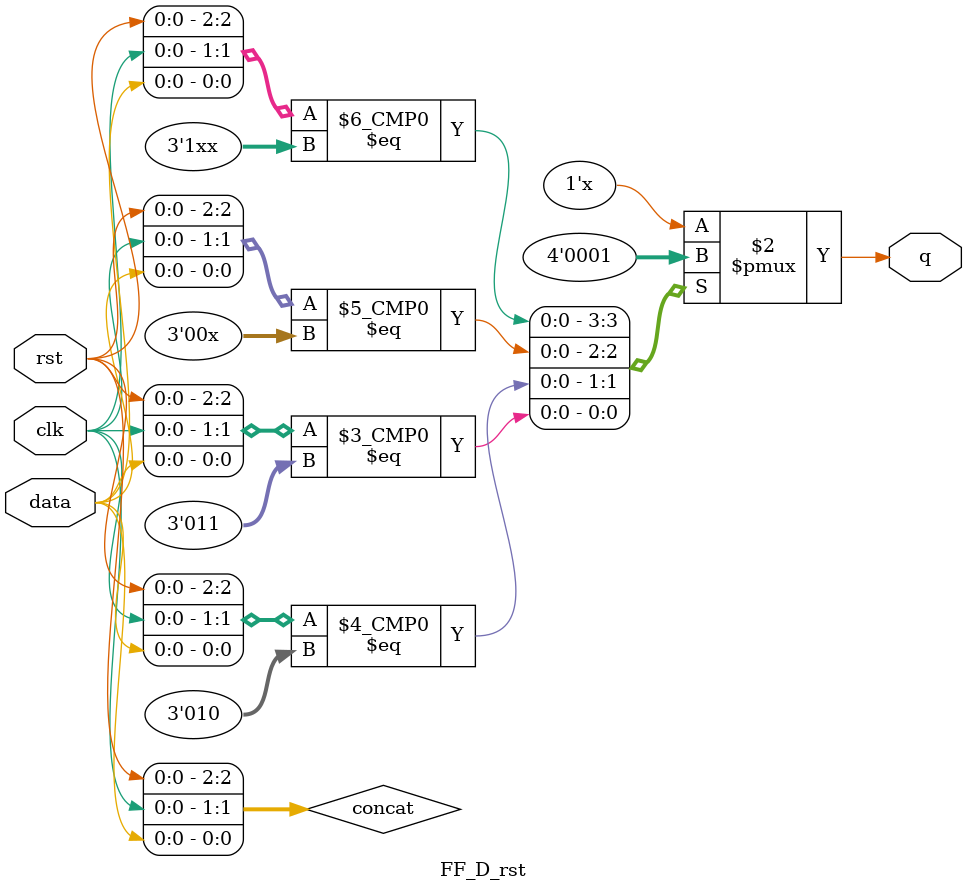
<source format=v>
module FF_D_rst (
    input wire clk, rst,
    input wire data,
    output reg q
);

//Internal variables declaration
wire [2:0] concat = {rst, clk, data};
//Body
always @(concat) begin
    case (concat)
        3'b1xx: q <= 0;
        3'b00x: q <= 0;
        3'b010: q <= 0; 
        3'b011: q <= 1;
        default: q <= concat[0];
    endcase
end

//FPGA Prototyping By Verilog implementation, page 87
/*
//Body
always @(posedge clk, posedge rst) begin
    if(rst)
        q <= 0;
    else 
        q <= data;
end
*/
    
endmodule
</source>
